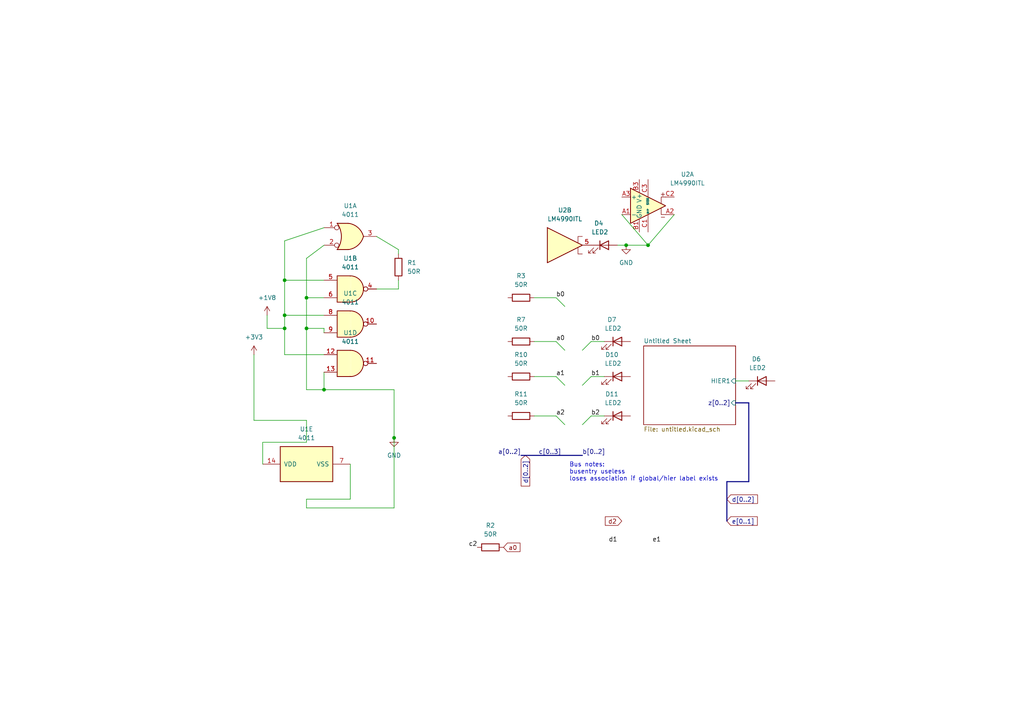
<source format=kicad_sch>
(kicad_sch (version 20250114) (generator "eeschema") (generator_version "9.0")
  (paper "A4")
  (lib_symbols
    (symbol "4xxx:4011" (pin_names (offset 1.016))
      (property "Reference" "U" (at 0 1.27 0))
      (property "Value" "4011" (at 0 -1.27 0))
      (symbol "4011_1_1"
        (arc (start 0 3.81) (mid 3.7934 0) (end 0 -3.81) (stroke (width 0.254)) (fill (type background)))
        (polyline (pts (xy 0 3.81) (xy -3.81 3.81) (xy -3.81 -3.81) (xy 0 -3.81)) (stroke (width 0.254)) (fill (type background)))
        (pin input line (at -7.62 2.54 0) (length 3.81) (name "~") (number "1"))
        (pin input line (at -7.62 -2.54 0) (length 3.81) (name "~") (number "2"))
        (pin output inverted (at 7.62 0 180) (length 3.81) (name "~") (number "3"))
      )
      (symbol "4011_1_2"
        (arc (start -3.81 3.81) (mid -2.589 0) (end -3.81 -3.81) (stroke (width 0.254)))
        (polyline (pts (xy -3.81 3.81) (xy -0.635 3.81)) (stroke (width 0.254)) (fill (type background)))
        (polyline (pts (xy -3.81 -3.81) (xy -0.635 -3.81)) (stroke (width 0.254)) (fill (type background)))
        (arc (start 3.81 0) (mid 2.1855 -2.584) (end -0.6096 -3.81) (stroke (width 0.254)) (fill (type background)))
        (arc (start -0.6096 3.81) (mid 2.1929 2.5925) (end 3.81 0) (stroke (width 0.254)) (fill (type background)))
        (polyline (pts (xy -0.635 3.81) (xy -3.81 3.81) (xy -3.81 3.81) (xy -3.556 3.4036) (xy -3.0226 2.2606) (xy -2.6924 1.0414) (xy -2.6162 -0.254) (xy -2.7686 -1.4986) (xy -3.175 -2.7178) (xy -3.81 -3.81) (xy -3.81 -3.81) (xy -0.635 -3.81)) (stroke (width -25.4)) (fill (type background)))
        (pin input inverted (at -7.62 2.54 0) (length 4.318) (name "~") (number "1"))
        (pin input inverted (at -7.62 -2.54 0) (length 4.318) (name "~") (number "2"))
        (pin output line (at 7.62 0 180) (length 3.81) (name "~") (number "3"))
      )
      (symbol "4011_2_1"
        (arc (start 0 3.81) (mid 3.7934 0) (end 0 -3.81) (stroke (width 0.254)) (fill (type background)))
        (polyline (pts (xy 0 3.81) (xy -3.81 3.81) (xy -3.81 -3.81) (xy 0 -3.81)) (stroke (width 0.254)) (fill (type background)))
        (pin input line (at -7.62 2.54 0) (length 3.81) (name "~") (number "5"))
        (pin input line (at -7.62 -2.54 0) (length 3.81) (name "~") (number "6"))
        (pin output inverted (at 7.62 0 180) (length 3.81) (name "~") (number "4"))
      )
      (symbol "4011_2_2"
        (arc (start -3.81 3.81) (mid -2.589 0) (end -3.81 -3.81) (stroke (width 0.254)))
        (polyline (pts (xy -3.81 3.81) (xy -0.635 3.81)) (stroke (width 0.254)) (fill (type background)))
        (polyline (pts (xy -3.81 -3.81) (xy -0.635 -3.81)) (stroke (width 0.254)) (fill (type background)))
        (arc (start 3.81 0) (mid 2.1855 -2.584) (end -0.6096 -3.81) (stroke (width 0.254)) (fill (type background)))
        (arc (start -0.6096 3.81) (mid 2.1929 2.5925) (end 3.81 0) (stroke (width 0.254)) (fill (type background)))
        (polyline (pts (xy -0.635 3.81) (xy -3.81 3.81) (xy -3.81 3.81) (xy -3.556 3.4036) (xy -3.0226 2.2606) (xy -2.6924 1.0414) (xy -2.6162 -0.254) (xy -2.7686 -1.4986) (xy -3.175 -2.7178) (xy -3.81 -3.81) (xy -3.81 -3.81) (xy -0.635 -3.81)) (stroke (width -25.4)) (fill (type background)))
        (pin input inverted (at -7.62 2.54 0) (length 4.318) (name "~") (number "5"))
        (pin input inverted (at -7.62 -2.54 0) (length 4.318) (name "~") (number "6"))
        (pin output line (at 7.62 0 180) (length 3.81) (name "~") (number "4"))
      )
      (symbol "4011_3_1"
        (arc (start 0 3.81) (mid 3.7934 0) (end 0 -3.81) (stroke (width 0.254)) (fill (type background)))
        (polyline (pts (xy 0 3.81) (xy -3.81 3.81) (xy -3.81 -3.81) (xy 0 -3.81)) (stroke (width 0.254)) (fill (type background)))
        (pin input line (at -7.62 2.54 0) (length 3.81) (name "~") (number "8"))
        (pin input line (at -7.62 -2.54 0) (length 3.81) (name "~") (number "9"))
        (pin output inverted (at 7.62 0 180) (length 3.81) (name "~") (number "10"))
      )
      (symbol "4011_3_2"
        (arc (start -3.81 3.81) (mid -2.589 0) (end -3.81 -3.81) (stroke (width 0.254)))
        (polyline (pts (xy -3.81 3.81) (xy -0.635 3.81)) (stroke (width 0.254)) (fill (type background)))
        (polyline (pts (xy -3.81 -3.81) (xy -0.635 -3.81)) (stroke (width 0.254)) (fill (type background)))
        (arc (start 3.81 0) (mid 2.1855 -2.584) (end -0.6096 -3.81) (stroke (width 0.254)) (fill (type background)))
        (arc (start -0.6096 3.81) (mid 2.1929 2.5925) (end 3.81 0) (stroke (width 0.254)) (fill (type background)))
        (polyline (pts (xy -0.635 3.81) (xy -3.81 3.81) (xy -3.81 3.81) (xy -3.556 3.4036) (xy -3.0226 2.2606) (xy -2.6924 1.0414) (xy -2.6162 -0.254) (xy -2.7686 -1.4986) (xy -3.175 -2.7178) (xy -3.81 -3.81) (xy -3.81 -3.81) (xy -0.635 -3.81)) (stroke (width -25.4)) (fill (type background)))
        (pin input inverted (at -7.62 2.54 0) (length 4.318) (name "~") (number "8"))
        (pin input inverted (at -7.62 -2.54 0) (length 4.318) (name "~") (number "9"))
        (pin output line (at 7.62 0 180) (length 3.81) (name "~") (number "10"))
      )
      (symbol "4011_4_1"
        (arc (start 0 3.81) (mid 3.7934 0) (end 0 -3.81) (stroke (width 0.254)) (fill (type background)))
        (polyline (pts (xy 0 3.81) (xy -3.81 3.81) (xy -3.81 -3.81) (xy 0 -3.81)) (stroke (width 0.254)) (fill (type background)))
        (pin input line (at -7.62 2.54 0) (length 3.81) (name "~") (number "12"))
        (pin input line (at -7.62 -2.54 0) (length 3.81) (name "~") (number "13"))
        (pin output inverted (at 7.62 0 180) (length 3.81) (name "~") (number "11"))
      )
      (symbol "4011_4_2"
        (arc (start -3.81 3.81) (mid -2.589 0) (end -3.81 -3.81) (stroke (width 0.254)))
        (polyline (pts (xy -3.81 3.81) (xy -0.635 3.81)) (stroke (width 0.254)) (fill (type background)))
        (polyline (pts (xy -3.81 -3.81) (xy -0.635 -3.81)) (stroke (width 0.254)) (fill (type background)))
        (arc (start 3.81 0) (mid 2.1855 -2.584) (end -0.6096 -3.81) (stroke (width 0.254)) (fill (type background)))
        (arc (start -0.6096 3.81) (mid 2.1929 2.5925) (end 3.81 0) (stroke (width 0.254)) (fill (type background)))
        (polyline (pts (xy -0.635 3.81) (xy -3.81 3.81) (xy -3.81 3.81) (xy -3.556 3.4036) (xy -3.0226 2.2606) (xy -2.6924 1.0414) (xy -2.6162 -0.254) (xy -2.7686 -1.4986) (xy -3.175 -2.7178) (xy -3.81 -3.81) (xy -3.81 -3.81) (xy -0.635 -3.81)) (stroke (width -25.4)) (fill (type background)))
        (pin input inverted (at -7.62 2.54 0) (length 4.318) (name "~") (number "12"))
        (pin input inverted (at -7.62 -2.54 0) (length 4.318) (name "~") (number "13"))
        (pin output line (at 7.62 0 180) (length 3.81) (name "~") (number "11"))
      )
      (symbol "4011_5_0"
        (pin power_in line (at 0 12.7 270) (length 5.08) (name "VDD") (number "14"))
        (pin power_in line (at 0 -12.7 90) (length 5.08) (name "VSS") (number "7"))
      )
      (symbol "4011_5_1"
        (rectangle (start -5.08 7.62) (end 5.08 -7.62) (stroke (width 0.254)) (fill (type background)))
      )
    )
    (symbol "Amplifier_Audio:LM4990ITL" (pin_names (offset 0.127))
      (property "Reference" "U" (at 5.08 7.62 0))
      (property "Value" "LM4990ITL" (at 5.08 5.08 0))
      (symbol "LM4990ITL_0_1"
        (polyline (pts (xy -5.08 5.08) (xy 5.08 0) (xy -5.08 -5.08) (xy -5.08 5.08)) (stroke (width 0.254)) (fill (type background)))
        (polyline (pts (xy 3.81 -0.635) (xy 3.81 -2.54) (xy 5.08 -2.54)))
        (polyline (pts (xy 5.08 2.54) (xy 3.81 2.54) (xy 3.81 0.635)))
      )
      (symbol "LM4990ITL_1_1"
        (polyline (pts (xy 3.81 -3.302) (xy 4.826 -3.302)))
        (polyline (pts (xy 4.318 3.81) (xy 4.318 2.794)))
        (polyline (pts (xy 4.826 3.302) (xy 3.81 3.302)))
        (pin input line (at -7.62 2.54 0) (length 2.54) (name "+") (number "A3"))
        (pin input line (at -7.62 -2.54 0) (length 2.54) (name "-") (number "A1"))
        (pin power_in line (at -2.54 7.62 270) (length 3.81) (name "V+") (number "B3"))
        (pin power_in line (at -2.54 -7.62 90) (length 3.81) (name "GND") (number "B1"))
        (pin passive line (at -2.54 -7.62 90) (length 3.81) (hide yes) (name "GND") (number "B2"))
        (pin output line (at 0 7.62 270) (length 5.08) (name "~{SHDN}") (number "C3"))
        (pin input line (at 0 -7.62 90) (length 5.08) (name "BYP") (number "C1"))
        (pin output line (at 7.62 2.54 180) (length 2.54) (name "~") (number "C2"))
        (pin output line (at 7.62 -2.54 180) (length 2.54) (name "~") (number "A2"))
      )
      (symbol "LM4990ITL_2_1"
        (pin output line (at 7.62 0 180) (length 2.54) (name "~") (number "5"))
      )
    )
    (symbol "Device:LED" (pin_numbers (hide yes)) (pin_names (offset 1.016) (hide yes))
      (property "Reference" "D" (at 0 2.54 0))
      (property "Value" "LED" (at 0 -2.54 0))
      (symbol "LED_0_1"
        (polyline (pts (xy -3.048 -0.762) (xy -4.572 -2.286) (xy -3.81 -2.286) (xy -4.572 -2.286) (xy -4.572 -1.524)))
        (polyline (pts (xy -1.778 -0.762) (xy -3.302 -2.286) (xy -2.54 -2.286) (xy -3.302 -2.286) (xy -3.302 -1.524)))
        (polyline (pts (xy -1.27 0) (xy 1.27 0)))
        (polyline (pts (xy -1.27 -1.27) (xy -1.27 1.27)) (stroke (width 0.254)))
        (polyline (pts (xy 1.27 -1.27) (xy 1.27 1.27) (xy -1.27 0) (xy 1.27 -1.27)) (stroke (width 0.254)))
      )
      (symbol "LED_1_1"
        (pin passive line (at -3.81 0 0) (length 2.54) (name "K") (number "1"))
        (pin passive line (at 3.81 0 180) (length 2.54) (name "A") (number "2"))
      )
    )
    (symbol "Device:R" (pin_numbers (hide yes)) (pin_names (offset 0))
      (property "Reference" "R1" (at 2.54 1.2701 0))
      (property "Value" "50R" (at 2.54 -1.2699 0))
      (symbol "R_0_1"
        (rectangle (start -1.016 -2.54) (end 1.016 2.54) (stroke (width 0.254)))
      )
      (symbol "R_1_1"
        (pin passive line (at 0 3.81 270) (length 1.27) (name "~") (number "1"))
        (pin passive line (at 0 -3.81 90) (length 1.27) (name "~") (number "2"))
      )
    )
    (symbol "power:+1V8" (power) (pin_names (offset 0))
      (property "Value" "+1V8" (at 0 3.556 0))
      (symbol "+1V8_0_1"
        (polyline (pts (xy -0.762 1.27) (xy 0 2.54)))
        (polyline (pts (xy 0 2.54) (xy 0.762 1.27)))
        (polyline (pts (xy 0 0) (xy 0 2.54)))
      )
      (symbol "+1V8_1_1"
        (pin power_in line (at 0 0 90) (length 0) (hide yes) (name "+1V8") (number "1"))
      )
    )
    (symbol "power:+3.3V" (power) (pin_names (offset 0))
      (property "Value" "+3.3V" (at 0 3.556 0))
      (symbol "+3.3V_0_1"
        (polyline (pts (xy -0.762 1.27) (xy 0 2.54)))
        (polyline (pts (xy 0 2.54) (xy 0.762 1.27)))
        (polyline (pts (xy 0 0) (xy 0 2.54)))
      )
      (symbol "+3.3V_1_1"
        (pin power_in line (at 0 0 90) (length 0) (hide yes) (name "+3V3") (number "1"))
      )
    )
    (symbol "power:GND" (power) (pin_names (offset 0))
      (property "Value" "GND" (at 0 -3.81 0))
      (symbol "GND_0_1"
        (polyline (pts (xy 0 0) (xy 0 -1.27) (xy 1.27 -1.27) (xy 0 -2.54) (xy -1.27 -1.27) (xy 0 -1.27)))
      )
      (symbol "GND_1_1"
        (pin power_in line (at 0 0 270) (length 0) (hide yes) (name "GND") (number "1"))
      )
    )
  )
  (text "Bus notes:\nbusentry useless\nloses association if global/hier label exists" (at 165.1 139.7 0) (effects (font (size 1.27 1.27)) (justify left bottom)))
  (junction (at 181.61 71.12))
  (junction (at 114.3 127))
  (junction (at 187.96 71.12))
  (junction (at 88.9 86.36))
  (junction (at 82.55 95.25))
  (junction (at 93.98 113.03))
  (junction (at 82.55 91.44))
  (junction (at 82.55 81.28))
  (junction (at 88.9 95.25))
  (bus_entry (at 161.29 109.22) (size 2.54 2.54))
  (bus_entry (at 161.29 99.06) (size 2.54 2.54))
  (bus_entry (at 161.29 120.65) (size 2.54 2.54))
  (bus_entry (at 171.45 109.22) (size -2.54 2.54))
  (bus_entry (at 171.45 120.65) (size -2.54 2.54))
  (bus_entry (at 171.45 99.06) (size -2.54 2.54))
  (bus_entry (at 161.29 86.36) (size 2.54 2.54))
  (wire (pts (xy 213.36 110.49) (xy 217.17 110.49)))
  (wire (pts (xy 93.98 113.03) (xy 93.98 107.95)))
  (wire (pts (xy 171.45 99.06) (xy 175.26 99.06)))
  (wire (pts (xy 114.3 113.03) (xy 114.3 127)))
  (wire (pts (xy 82.55 81.28) (xy 93.98 81.28)))
  (wire (pts (xy 88.9 74.93) (xy 93.98 71.12)))
  (wire (pts (xy 114.3 127) (xy 114.3 147.32)))
  (wire (pts (xy 73.66 102.87) (xy 73.66 121.92)))
  (wire (pts (xy 88.9 95.25) (xy 93.98 95.25)))
  (wire (pts (xy 115.57 81.28) (xy 115.57 83.82)))
  (wire (pts (xy 171.45 109.22) (xy 175.26 109.22)))
  (wire (pts (xy 101.6 144.78) (xy 88.9 144.78)))
  (wire (pts (xy 77.47 91.44) (xy 77.47 95.25)))
  (wire (pts (xy 76.2 128.27) (xy 76.2 134.62)))
  (wire (pts (xy 93.98 113.03) (xy 88.9 113.03)))
  (wire (pts (xy 179.07 71.12) (xy 181.61 71.12)))
  (wire (pts (xy 115.57 72.39) (xy 115.57 73.66)))
  (wire (pts (xy 88.9 144.78) (xy 88.9 147.32)))
  (wire (pts (xy 109.22 68.58) (xy 115.57 72.39)))
  (wire (pts (xy 171.45 120.65) (xy 175.26 120.65)))
  (bus (pts (xy 217.17 116.84) (xy 217.17 139.7)))
  (wire (pts (xy 88.9 121.92) (xy 88.9 128.27)))
  (wire (pts (xy 114.3 113.03) (xy 93.98 113.03)))
  (bus (pts (xy 213.36 116.84) (xy 217.17 116.84)))
  (wire (pts (xy 82.55 69.85) (xy 93.98 66.04)))
  (wire (pts (xy 88.9 95.25) (xy 88.9 86.36)))
  (wire (pts (xy 82.55 91.44) (xy 82.55 81.28)))
  (wire (pts (xy 154.94 99.06) (xy 161.29 99.06)))
  (wire (pts (xy 88.9 147.32) (xy 114.3 147.32)))
  (wire (pts (xy 195.58 62.23) (xy 187.96 71.12)))
  (wire (pts (xy 181.61 71.12) (xy 187.96 71.12)))
  (wire (pts (xy 82.55 91.44) (xy 93.98 91.44)))
  (wire (pts (xy 154.94 120.65) (xy 161.29 120.65)))
  (wire (pts (xy 82.55 81.28) (xy 82.55 69.85)))
  (wire (pts (xy 93.98 95.25) (xy 93.98 96.52)))
  (wire (pts (xy 88.9 128.27) (xy 76.2 128.27)))
  (wire (pts (xy 82.55 102.87) (xy 93.98 102.87)))
  (wire (pts (xy 154.94 86.36) (xy 161.29 86.36)))
  (bus (pts (xy 151.13 132.08) (xy 168.91 132.08)))
  (wire (pts (xy 115.57 83.82) (xy 109.22 83.82)))
  (wire (pts (xy 82.55 95.25) (xy 82.55 91.44)))
  (wire (pts (xy 82.55 95.25) (xy 82.55 102.87)))
  (wire (pts (xy 73.66 121.92) (xy 88.9 121.92)))
  (wire (pts (xy 88.9 113.03) (xy 88.9 95.25)))
  (wire (pts (xy 88.9 86.36) (xy 93.98 86.36)))
  (wire (pts (xy 88.9 86.36) (xy 88.9 74.93)))
  (wire (pts (xy 180.34 62.23) (xy 187.96 71.12)))
  (bus (pts (xy 210.82 139.7) (xy 210.82 151.13)))
  (wire (pts (xy 77.47 95.25) (xy 82.55 95.25)))
  (wire (pts (xy 101.6 134.62) (xy 101.6 144.78)))
  (bus (pts (xy 217.17 139.7) (xy 210.82 139.7)))
  (wire (pts (xy 154.94 109.22) (xy 161.29 109.22)))
  (label "a[0..2]" (at 151.13 132.08 180))
  (label "a1" (at 161.29 109.22 0))
  (label "a2" (at 161.29 120.65 0))
  (label "c[0..3]" (at 156.21 132.08 0))
  (label "b[0..2]" (at 168.91 132.08 0))
  (label "d1" (at 176.53 157.48 0))
  (label "b2" (at 171.45 120.65 0))
  (label "e1" (at 189.23 157.48 0))
  (label "c2" (at 138.43 158.75 180))
  (label "b1" (at 171.45 109.22 0))
  (label "b0" (at 161.29 86.36 0))
  (label "b0" (at 171.45 99.06 0))
  (label "a0" (at 161.29 99.06 0))
  (global_label "d[0..2]" (shape input) (at 210.82 144.78 0) (property "Intersheetrefs" "${INTERSHEET_REFS}" (effects (hide yes))))
  (global_label "e[0..1]" (shape input) (at 210.82 151.13 0) (property "Intersheetrefs" "${INTERSHEET_REFS}" (effects (hide yes))))
  (global_label "d2" (shape input) (at 180.34 151.13 180) (property "Intersheetrefs" "${INTERSHEET_REFS}" (effects (hide yes))))
  (global_label "a0" (shape input) (at 146.05 158.75 0) (property "Intersheetrefs" "${INTERSHEET_REFS}" (effects (hide yes))))
  (global_label "d[0..2]" (shape input) (at 152.4 132.08 270) (property "Intersheetrefs" "${INTERSHEET_REFS}" (effects (hide yes))))
  (symbol (lib_id "power:+3.3V") (at 73.66 102.87 0) (unit 1)
    (property "Reference" "#PWR0102" (effects (hide yes)))
    (property "Value" "+3V3" (at 73.66 97.79 0))
  )
  (symbol (lib_id "Device:R") (at 115.57 77.47 0) (unit 1)
    (property "Reference" "R1" (at 118.11 76.1999 0) (effects (justify left)))
    (property "Value" "50R" (at 118.11 78.7399 0) (effects (justify left)))
    (property "Footprint" "Resistor_SMD:R_0805_2012Metric" (effects (hide yes)))
  )
  (symbol (lib_id "Device:R") (at 151.13 109.22 90) (unit 1)
    (property "Reference" "R10" (at 151.13 102.87 90))
    (property "Value" "50R" (at 151.13 105.41 90))
    (property "Footprint" "Resistor_SMD:R_0805_2012Metric" (effects (hide yes)))
  )
  (symbol (lib_id "Device:R") (at 151.13 120.65 90) (unit 1)
    (property "Reference" "R11" (at 151.13 114.3 90))
    (property "Value" "50R" (at 151.13 116.84 90))
    (property "Footprint" "Resistor_SMD:R_0805_2012Metric" (effects (hide yes)))
  )
  (symbol (lib_id "4xxx:4011") (at 101.6 68.58 0) (unit 1) (convert 2)
    (property "Reference" "U1" (at 101.6 59.69 0))
    (property "Value" "4011" (at 101.6 62.23 0))
    (property "Footprint" "Package_SO:SOIC-14W_7.5x9mm_P1.27mm" (effects (hide yes)))
    (property "Datasheet" "http://www.intersil.com/content/dam/Intersil/documents/cd40/cd4011bms-12bms-23bms.pdf" (effects (hide yes)))
  )
  (symbol (lib_id "power:GND") (at 181.61 71.12 0) (unit 1)
    (property "Reference" "#PWR0104" (effects (hide yes)))
    (property "Value" "GND" (at 181.61 76.2 0))
  )
  (symbol (lib_id "4xxx:4011") (at 88.9 134.62 90) (unit 5)
    (property "Reference" "U1" (at 88.9 124.46 90))
    (property "Value" "4011" (at 88.9 127 90))
    (property "Footprint" "Package_SO:SOIC-14W_7.5x9mm_P1.27mm" (effects (hide yes)))
    (property "Datasheet" "http://www.intersil.com/content/dam/Intersil/documents/cd40/cd4011bms-12bms-23bms.pdf" (effects (hide yes)))
  )
  (symbol (lib_id "Device:LED") (at 175.26 71.12 0) (unit 1)
    (property "Reference" "D4" (at 173.6725 64.77 0))
    (property "Value" "LED2" (at 173.99 67.31 0))
    (property "Footprint" "Resistor_SMD:R_0603_1608Metric" (effects (hide yes)))
  )
  (symbol (lib_id "Amplifier_Audio:LM4990ITL") (at 163.83 71.12 0) (unit 2)
    (property "Reference" "U2" (at 163.83 60.96 0))
    (property "Value" "LM4990ITL" (at 163.83 63.5 0))
    (property "Footprint" "Package_BGA:Texas_DSBGA-9_1.4715x1.4715mm_Layout3x3_P0.5mm" (effects (hide yes)))
    (property "Datasheet" "http://www.ti.com/lit/ds/symlink/lm4990.pdf" (effects (hide yes)))
  )
  (symbol (lib_id "Device:R") (at 142.24 158.75 90) (unit 1)
    (property "Reference" "R2" (at 142.24 152.4 90))
    (property "Value" "50R" (at 142.24 154.94 90))
    (property "Footprint" "Resistor_SMD:R_0805_2012Metric" (effects (hide yes)))
  )
  (symbol (lib_id "4xxx:4011") (at 101.6 83.82 0) (unit 2)
    (property "Reference" "U1" (at 101.6 74.93 0))
    (property "Value" "4011" (at 101.6 77.47 0))
    (property "Footprint" "Package_SO:SOIC-14W_7.5x9mm_P1.27mm" (effects (hide yes)))
    (property "Datasheet" "http://www.intersil.com/content/dam/Intersil/documents/cd40/cd4011bms-12bms-23bms.pdf" (effects (hide yes)))
  )
  (symbol (lib_id "Device:LED") (at 179.07 109.22 0) (unit 1)
    (property "Reference" "D10" (at 177.4825 102.87 0))
    (property "Value" "LED2" (at 177.8 105.41 0))
    (property "Footprint" "Resistor_SMD:R_0603_1608Metric" (effects (hide yes)))
  )
  (symbol (lib_id "4xxx:4011") (at 101.6 93.98 0) (unit 3)
    (property "Reference" "U1" (at 101.6 85.09 0))
    (property "Value" "4011" (at 101.6 87.63 0))
    (property "Footprint" "Package_SO:SOIC-14W_7.5x9mm_P1.27mm" (effects (hide yes)))
    (property "Datasheet" "http://www.intersil.com/content/dam/Intersil/documents/cd40/cd4011bms-12bms-23bms.pdf" (effects (hide yes)))
  )
  (symbol (lib_id "Device:R") (at 151.13 99.06 90) (unit 1)
    (property "Reference" "R7" (at 151.13 92.71 90))
    (property "Value" "50R" (at 151.13 95.25 90))
    (property "Footprint" "Resistor_SMD:R_0805_2012Metric" (effects (hide yes)))
  )
  (symbol (lib_id "Device:LED") (at 220.98 110.49 0) (unit 1)
    (property "Reference" "D6" (at 219.3925 104.14 0))
    (property "Value" "LED2" (at 219.71 106.68 0))
    (property "Footprint" "Resistor_SMD:R_0603_1608Metric" (effects (hide yes)))
  )
  (symbol (lib_id "power:+1V8") (at 77.47 91.44 0) (unit 1)
    (property "Reference" "#PWR0103" (effects (hide yes)))
    (property "Value" "+1V8" (at 77.47 86.36 0))
  )
  (symbol (lib_id "Amplifier_Audio:LM4990ITL") (at 187.96 59.69 0) (unit 1)
    (property "Reference" "U2" (at 199.39 50.5712 0))
    (property "Value" "LM4990ITL" (at 199.39 53.1112 0))
    (property "Footprint" "Package_BGA:Texas_DSBGA-9_1.4715x1.4715mm_Layout3x3_P0.5mm" (effects (hide yes)))
    (property "Datasheet" "http://www.ti.com/lit/ds/symlink/lm4990.pdf" (effects (hide yes)))
  )
  (symbol (lib_id "power:GND") (at 114.3 127 0) (unit 1)
    (property "Reference" "#PWR0101" (effects (hide yes)))
    (property "Value" "GND" (at 114.3 132.08 0))
  )
  (symbol (lib_id "4xxx:4011") (at 101.6 105.41 0) (unit 4)
    (property "Reference" "U1" (at 101.6 96.52 0))
    (property "Value" "4011" (at 101.6 99.06 0))
    (property "Footprint" "Package_SO:SOIC-14W_7.5x9mm_P1.27mm" (effects (hide yes)))
    (property "Datasheet" "http://www.intersil.com/content/dam/Intersil/documents/cd40/cd4011bms-12bms-23bms.pdf" (effects (hide yes)))
  )
  (symbol (lib_id "Device:LED") (at 179.07 120.65 0) (unit 1)
    (property "Reference" "D11" (at 177.4825 114.3 0))
    (property "Value" "LED2" (at 177.8 116.84 0))
    (property "Footprint" "Resistor_SMD:R_0603_1608Metric" (effects (hide yes)))
  )
  (symbol (lib_id "Device:LED") (at 179.07 99.06 0) (unit 1)
    (property "Reference" "D7" (at 177.4825 92.71 0))
    (property "Value" "LED2" (at 177.8 95.25 0))
    (property "Footprint" "Resistor_SMD:R_0603_1608Metric" (effects (hide yes)))
  )
  (symbol (lib_id "Device:R") (at 151.13 86.36 90) (unit 1)
    (property "Reference" "R3" (at 151.13 80.01 90))
    (property "Value" "50R" (at 151.13 82.55 90))
    (property "Footprint" "Resistor_SMD:R_0805_2012Metric" (effects (hide yes)))
  )
  (sheet (at 186.69 100.33) (size 26.67 22.86) (stroke (width 0.1524))
    (property "Sheetname" "Untitled Sheet" (at 186.69 99.6184 0) (effects (justify left bottom)))
    (property "Sheetfile" "untitled.kicad_sch" (at 186.69 123.7746 0) (effects (justify left top)))
    (pin "HIER1" input (at 213.36 110.49 0))
    (pin "z[0..2]" input (at 213.36 116.84 0))
  )
)
</source>
